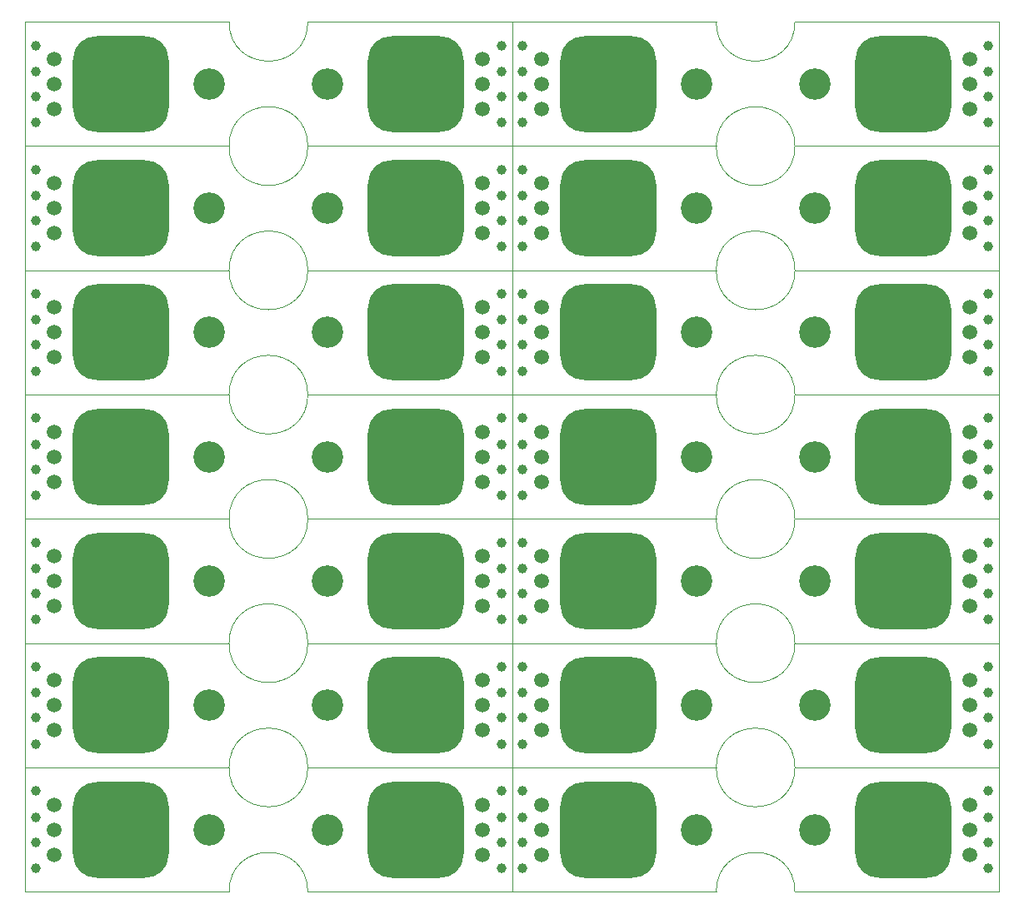
<source format=gbr>
%TF.GenerationSoftware,KiCad,Pcbnew,6.0.11-2627ca5db0~126~ubuntu20.04.1*%
%TF.CreationDate,2024-03-14T23:27:02-05:00*%
%TF.ProjectId,,58585858-5858-4585-9858-585858585858,rev?*%
%TF.SameCoordinates,Original*%
%TF.FileFunction,Soldermask,Top*%
%TF.FilePolarity,Negative*%
%FSLAX46Y46*%
G04 Gerber Fmt 4.6, Leading zero omitted, Abs format (unit mm)*
G04 Created by KiCad (PCBNEW 6.0.11-2627ca5db0~126~ubuntu20.04.1) date 2024-03-14 23:27:02*
%MOMM*%
%LPD*%
G01*
G04 APERTURE LIST*
G04 Aperture macros list*
%AMRoundRect*
0 Rectangle with rounded corners*
0 $1 Rounding radius*
0 $2 $3 $4 $5 $6 $7 $8 $9 X,Y pos of 4 corners*
0 Add a 4 corners polygon primitive as box body*
4,1,4,$2,$3,$4,$5,$6,$7,$8,$9,$2,$3,0*
0 Add four circle primitives for the rounded corners*
1,1,$1+$1,$2,$3*
1,1,$1+$1,$4,$5*
1,1,$1+$1,$6,$7*
1,1,$1+$1,$8,$9*
0 Add four rect primitives between the rounded corners*
20,1,$1+$1,$2,$3,$4,$5,0*
20,1,$1+$1,$4,$5,$6,$7,0*
20,1,$1+$1,$6,$7,$8,$9,0*
20,1,$1+$1,$8,$9,$2,$3,0*%
G04 Aperture macros list end*
%TA.AperFunction,Profile*%
%ADD10C,0.100000*%
%TD*%
%ADD11C,3.200000*%
%ADD12C,1.000000*%
%ADD13C,1.500000*%
%ADD14RoundRect,2.437500X-2.437500X-2.437500X2.437500X-2.437500X2.437500X2.437500X-2.437500X2.437500X0*%
G04 APERTURE END LIST*
D10*
X152800000Y-131262800D02*
G75*
G03*
X160800000Y-131262800I4000000J0D01*
G01*
X181550000Y-131262800D02*
X181550000Y-143902800D01*
X160800000Y-131262800D02*
X181550000Y-131262800D01*
X132050000Y-131262800D02*
X132050000Y-143902800D01*
X160800000Y-143902800D02*
X181550000Y-143902800D01*
X132050000Y-143902800D02*
X152800000Y-143902800D01*
X160800000Y-143902800D02*
G75*
G03*
X152800000Y-143902800I-4000000J0D01*
G01*
X132050000Y-131262800D02*
X152800000Y-131262800D01*
X103300000Y-131262800D02*
G75*
G03*
X111300000Y-131262800I4000000J0D01*
G01*
X132050000Y-131262800D02*
X132050000Y-143902800D01*
X111300000Y-131262800D02*
X132050000Y-131262800D01*
X82550000Y-131262800D02*
X82550000Y-143902800D01*
X111300000Y-143902800D02*
X132050000Y-143902800D01*
X82550000Y-143902800D02*
X103300000Y-143902800D01*
X111300000Y-143902800D02*
G75*
G03*
X103300000Y-143902800I-4000000J0D01*
G01*
X82550000Y-131262800D02*
X103300000Y-131262800D01*
X152800000Y-118622800D02*
G75*
G03*
X160800000Y-118622800I4000000J0D01*
G01*
X181550000Y-118622800D02*
X181550000Y-131262800D01*
X160800000Y-118622800D02*
X181550000Y-118622800D01*
X132050000Y-118622800D02*
X132050000Y-131262800D01*
X160800000Y-131262800D02*
X181550000Y-131262800D01*
X132050000Y-131262800D02*
X152800000Y-131262800D01*
X160800000Y-131262800D02*
G75*
G03*
X152800000Y-131262800I-4000000J0D01*
G01*
X132050000Y-118622800D02*
X152800000Y-118622800D01*
X103300000Y-118622800D02*
G75*
G03*
X111300000Y-118622800I4000000J0D01*
G01*
X132050000Y-118622800D02*
X132050000Y-131262800D01*
X111300000Y-118622800D02*
X132050000Y-118622800D01*
X82550000Y-118622800D02*
X82550000Y-131262800D01*
X111300000Y-131262800D02*
X132050000Y-131262800D01*
X82550000Y-131262800D02*
X103300000Y-131262800D01*
X111300000Y-131262800D02*
G75*
G03*
X103300000Y-131262800I-4000000J0D01*
G01*
X82550000Y-118622800D02*
X103300000Y-118622800D01*
X152800000Y-105982800D02*
G75*
G03*
X160800000Y-105982800I4000000J0D01*
G01*
X181550000Y-105982800D02*
X181550000Y-118622800D01*
X160800000Y-105982800D02*
X181550000Y-105982800D01*
X132050000Y-105982800D02*
X132050000Y-118622800D01*
X160800000Y-118622800D02*
X181550000Y-118622800D01*
X132050000Y-118622800D02*
X152800000Y-118622800D01*
X160800000Y-118622800D02*
G75*
G03*
X152800000Y-118622800I-4000000J0D01*
G01*
X132050000Y-105982800D02*
X152800000Y-105982800D01*
X103300000Y-105982800D02*
G75*
G03*
X111300000Y-105982800I4000000J0D01*
G01*
X132050000Y-105982800D02*
X132050000Y-118622800D01*
X111300000Y-105982800D02*
X132050000Y-105982800D01*
X82550000Y-105982800D02*
X82550000Y-118622800D01*
X111300000Y-118622800D02*
X132050000Y-118622800D01*
X82550000Y-118622800D02*
X103300000Y-118622800D01*
X111300000Y-118622800D02*
G75*
G03*
X103300000Y-118622800I-4000000J0D01*
G01*
X82550000Y-105982800D02*
X103300000Y-105982800D01*
X152800000Y-93342800D02*
G75*
G03*
X160800000Y-93342800I4000000J0D01*
G01*
X181550000Y-93342800D02*
X181550000Y-105982800D01*
X160800000Y-93342800D02*
X181550000Y-93342800D01*
X132050000Y-93342800D02*
X132050000Y-105982800D01*
X160800000Y-105982800D02*
X181550000Y-105982800D01*
X132050000Y-105982800D02*
X152800000Y-105982800D01*
X160800000Y-105982800D02*
G75*
G03*
X152800000Y-105982800I-4000000J0D01*
G01*
X132050000Y-93342800D02*
X152800000Y-93342800D01*
X103300000Y-93342800D02*
G75*
G03*
X111300000Y-93342800I4000000J0D01*
G01*
X132050000Y-93342800D02*
X132050000Y-105982800D01*
X111300000Y-93342800D02*
X132050000Y-93342800D01*
X82550000Y-93342800D02*
X82550000Y-105982800D01*
X111300000Y-105982800D02*
X132050000Y-105982800D01*
X82550000Y-105982800D02*
X103300000Y-105982800D01*
X111300000Y-105982800D02*
G75*
G03*
X103300000Y-105982800I-4000000J0D01*
G01*
X82550000Y-93342800D02*
X103300000Y-93342800D01*
X152800000Y-80702800D02*
G75*
G03*
X160800000Y-80702800I4000000J0D01*
G01*
X181550000Y-80702800D02*
X181550000Y-93342800D01*
X160800000Y-80702800D02*
X181550000Y-80702800D01*
X132050000Y-80702800D02*
X132050000Y-93342800D01*
X160800000Y-93342800D02*
X181550000Y-93342800D01*
X132050000Y-93342800D02*
X152800000Y-93342800D01*
X160800000Y-93342800D02*
G75*
G03*
X152800000Y-93342800I-4000000J0D01*
G01*
X132050000Y-80702800D02*
X152800000Y-80702800D01*
X103300000Y-80702800D02*
G75*
G03*
X111300000Y-80702800I4000000J0D01*
G01*
X132050000Y-80702800D02*
X132050000Y-93342800D01*
X111300000Y-80702800D02*
X132050000Y-80702800D01*
X82550000Y-80702800D02*
X82550000Y-93342800D01*
X111300000Y-93342800D02*
X132050000Y-93342800D01*
X82550000Y-93342800D02*
X103300000Y-93342800D01*
X111300000Y-93342800D02*
G75*
G03*
X103300000Y-93342800I-4000000J0D01*
G01*
X82550000Y-80702800D02*
X103300000Y-80702800D01*
X152800000Y-68062800D02*
G75*
G03*
X160800000Y-68062800I4000000J0D01*
G01*
X181550000Y-68062800D02*
X181550000Y-80702800D01*
X160800000Y-68062800D02*
X181550000Y-68062800D01*
X132050000Y-68062800D02*
X132050000Y-80702800D01*
X160800000Y-80702800D02*
X181550000Y-80702800D01*
X132050000Y-80702800D02*
X152800000Y-80702800D01*
X160800000Y-80702800D02*
G75*
G03*
X152800000Y-80702800I-4000000J0D01*
G01*
X132050000Y-68062800D02*
X152800000Y-68062800D01*
X103300000Y-68062800D02*
G75*
G03*
X111300000Y-68062800I4000000J0D01*
G01*
X132050000Y-68062800D02*
X132050000Y-80702800D01*
X111300000Y-68062800D02*
X132050000Y-68062800D01*
X82550000Y-68062800D02*
X82550000Y-80702800D01*
X111300000Y-80702800D02*
X132050000Y-80702800D01*
X82550000Y-80702800D02*
X103300000Y-80702800D01*
X111300000Y-80702800D02*
G75*
G03*
X103300000Y-80702800I-4000000J0D01*
G01*
X82550000Y-68062800D02*
X103300000Y-68062800D01*
X152800000Y-55422800D02*
G75*
G03*
X160800000Y-55422800I4000000J0D01*
G01*
X181550000Y-55422800D02*
X181550000Y-68062800D01*
X160800000Y-55422800D02*
X181550000Y-55422800D01*
X132050000Y-55422800D02*
X132050000Y-68062800D01*
X160800000Y-68062800D02*
X181550000Y-68062800D01*
X132050000Y-68062800D02*
X152800000Y-68062800D01*
X160800000Y-68062800D02*
G75*
G03*
X152800000Y-68062800I-4000000J0D01*
G01*
X132050000Y-55422800D02*
X152800000Y-55422800D01*
X103300000Y-55422800D02*
G75*
G03*
X111300000Y-55422800I4000000J0D01*
G01*
X111300000Y-55422800D02*
X132050000Y-55422800D01*
X82550000Y-55422800D02*
X103300000Y-55422800D01*
X82550000Y-68062800D02*
X103300000Y-68062800D01*
X111300000Y-68062800D02*
X132050000Y-68062800D01*
X132050000Y-55422800D02*
X132050000Y-68062800D01*
X111300000Y-68062800D02*
G75*
G03*
X103300000Y-68062800I-4000000J0D01*
G01*
X82550000Y-55422800D02*
X82550000Y-68062800D01*
D11*
%TO.C,REF\u002A\u002A225*%
X150800000Y-137582800D03*
%TD*%
D12*
%TO.C,REF\u002A\u002A218*%
X180450000Y-141502800D03*
%TD*%
%TO.C,REF\u002A\u002A230*%
X180450000Y-136312800D03*
%TD*%
D13*
%TO.C,REF\u002A\u002A232*%
X178575000Y-135042800D03*
%TD*%
%TO.C,REF\u002A\u002A228*%
X178575000Y-137582800D03*
%TD*%
D12*
%TO.C,REF\u002A\u002A229*%
X133150000Y-136312800D03*
%TD*%
D13*
%TO.C,REF\u002A\u002A220*%
X178575000Y-140122800D03*
%TD*%
%TO.C,REF\u002A\u002A219*%
X135025000Y-140122800D03*
%TD*%
D12*
%TO.C,REF\u002A\u002A221*%
X133150000Y-138852800D03*
%TD*%
D11*
%TO.C,REF\u002A\u002A226*%
X162800000Y-137582800D03*
%TD*%
D14*
%TO.C,REF\u002A\u002A224*%
X141800000Y-137582800D03*
%TD*%
D12*
%TO.C,REF\u002A\u002A217*%
X133150000Y-141502800D03*
%TD*%
D13*
%TO.C,REF\u002A\u002A231*%
X135025000Y-135042800D03*
%TD*%
%TO.C,REF\u002A\u002A223*%
X135025000Y-137582800D03*
%TD*%
D14*
%TO.C,REF\u002A\u002A227*%
X171800000Y-137582800D03*
%TD*%
D12*
%TO.C,REF\u002A\u002A234*%
X180450000Y-133662800D03*
%TD*%
%TO.C,REF\u002A\u002A222*%
X180450000Y-138852800D03*
%TD*%
%TO.C,REF\u002A\u002A233*%
X133150000Y-133662800D03*
%TD*%
D11*
%TO.C,REF\u002A\u002A207*%
X101300000Y-137582800D03*
%TD*%
D12*
%TO.C,REF\u002A\u002A200*%
X130950000Y-141502800D03*
%TD*%
%TO.C,REF\u002A\u002A212*%
X130950000Y-136312800D03*
%TD*%
D13*
%TO.C,REF\u002A\u002A214*%
X129075000Y-135042800D03*
%TD*%
%TO.C,REF\u002A\u002A210*%
X129075000Y-137582800D03*
%TD*%
D12*
%TO.C,REF\u002A\u002A211*%
X83650000Y-136312800D03*
%TD*%
D13*
%TO.C,REF\u002A\u002A202*%
X129075000Y-140122800D03*
%TD*%
%TO.C,REF\u002A\u002A201*%
X85525000Y-140122800D03*
%TD*%
D12*
%TO.C,REF\u002A\u002A203*%
X83650000Y-138852800D03*
%TD*%
D11*
%TO.C,REF\u002A\u002A208*%
X113300000Y-137582800D03*
%TD*%
D14*
%TO.C,REF\u002A\u002A206*%
X92300000Y-137582800D03*
%TD*%
D12*
%TO.C,REF\u002A\u002A199*%
X83650000Y-141502800D03*
%TD*%
D13*
%TO.C,REF\u002A\u002A213*%
X85525000Y-135042800D03*
%TD*%
%TO.C,REF\u002A\u002A205*%
X85525000Y-137582800D03*
%TD*%
D14*
%TO.C,REF\u002A\u002A209*%
X122300000Y-137582800D03*
%TD*%
D12*
%TO.C,REF\u002A\u002A216*%
X130950000Y-133662800D03*
%TD*%
%TO.C,REF\u002A\u002A204*%
X130950000Y-138852800D03*
%TD*%
%TO.C,REF\u002A\u002A215*%
X83650000Y-133662800D03*
%TD*%
D11*
%TO.C,REF\u002A\u002A189*%
X150800000Y-124942800D03*
%TD*%
D12*
%TO.C,REF\u002A\u002A182*%
X180450000Y-128862800D03*
%TD*%
%TO.C,REF\u002A\u002A194*%
X180450000Y-123672800D03*
%TD*%
D13*
%TO.C,REF\u002A\u002A196*%
X178575000Y-122402800D03*
%TD*%
%TO.C,REF\u002A\u002A192*%
X178575000Y-124942800D03*
%TD*%
D12*
%TO.C,REF\u002A\u002A193*%
X133150000Y-123672800D03*
%TD*%
D13*
%TO.C,REF\u002A\u002A184*%
X178575000Y-127482800D03*
%TD*%
%TO.C,REF\u002A\u002A183*%
X135025000Y-127482800D03*
%TD*%
D12*
%TO.C,REF\u002A\u002A185*%
X133150000Y-126212800D03*
%TD*%
D11*
%TO.C,REF\u002A\u002A190*%
X162800000Y-124942800D03*
%TD*%
D14*
%TO.C,REF\u002A\u002A188*%
X141800000Y-124942800D03*
%TD*%
D12*
%TO.C,REF\u002A\u002A181*%
X133150000Y-128862800D03*
%TD*%
D13*
%TO.C,REF\u002A\u002A195*%
X135025000Y-122402800D03*
%TD*%
%TO.C,REF\u002A\u002A187*%
X135025000Y-124942800D03*
%TD*%
D14*
%TO.C,REF\u002A\u002A191*%
X171800000Y-124942800D03*
%TD*%
D12*
%TO.C,REF\u002A\u002A198*%
X180450000Y-121022800D03*
%TD*%
%TO.C,REF\u002A\u002A186*%
X180450000Y-126212800D03*
%TD*%
%TO.C,REF\u002A\u002A197*%
X133150000Y-121022800D03*
%TD*%
D11*
%TO.C,REF\u002A\u002A171*%
X101300000Y-124942800D03*
%TD*%
D12*
%TO.C,REF\u002A\u002A164*%
X130950000Y-128862800D03*
%TD*%
%TO.C,REF\u002A\u002A176*%
X130950000Y-123672800D03*
%TD*%
D13*
%TO.C,REF\u002A\u002A178*%
X129075000Y-122402800D03*
%TD*%
%TO.C,REF\u002A\u002A174*%
X129075000Y-124942800D03*
%TD*%
D12*
%TO.C,REF\u002A\u002A175*%
X83650000Y-123672800D03*
%TD*%
D13*
%TO.C,REF\u002A\u002A166*%
X129075000Y-127482800D03*
%TD*%
%TO.C,REF\u002A\u002A165*%
X85525000Y-127482800D03*
%TD*%
D12*
%TO.C,REF\u002A\u002A167*%
X83650000Y-126212800D03*
%TD*%
D11*
%TO.C,REF\u002A\u002A172*%
X113300000Y-124942800D03*
%TD*%
D14*
%TO.C,REF\u002A\u002A170*%
X92300000Y-124942800D03*
%TD*%
D12*
%TO.C,REF\u002A\u002A163*%
X83650000Y-128862800D03*
%TD*%
D13*
%TO.C,REF\u002A\u002A177*%
X85525000Y-122402800D03*
%TD*%
%TO.C,REF\u002A\u002A169*%
X85525000Y-124942800D03*
%TD*%
D14*
%TO.C,REF\u002A\u002A173*%
X122300000Y-124942800D03*
%TD*%
D12*
%TO.C,REF\u002A\u002A180*%
X130950000Y-121022800D03*
%TD*%
%TO.C,REF\u002A\u002A168*%
X130950000Y-126212800D03*
%TD*%
%TO.C,REF\u002A\u002A179*%
X83650000Y-121022800D03*
%TD*%
D11*
%TO.C,REF\u002A\u002A153*%
X150800000Y-112302800D03*
%TD*%
D12*
%TO.C,REF\u002A\u002A146*%
X180450000Y-116222800D03*
%TD*%
%TO.C,REF\u002A\u002A158*%
X180450000Y-111032800D03*
%TD*%
D13*
%TO.C,REF\u002A\u002A160*%
X178575000Y-109762800D03*
%TD*%
%TO.C,REF\u002A\u002A156*%
X178575000Y-112302800D03*
%TD*%
D12*
%TO.C,REF\u002A\u002A157*%
X133150000Y-111032800D03*
%TD*%
D13*
%TO.C,REF\u002A\u002A148*%
X178575000Y-114842800D03*
%TD*%
%TO.C,REF\u002A\u002A147*%
X135025000Y-114842800D03*
%TD*%
D12*
%TO.C,REF\u002A\u002A149*%
X133150000Y-113572800D03*
%TD*%
D11*
%TO.C,REF\u002A\u002A154*%
X162800000Y-112302800D03*
%TD*%
D14*
%TO.C,REF\u002A\u002A152*%
X141800000Y-112302800D03*
%TD*%
D12*
%TO.C,REF\u002A\u002A145*%
X133150000Y-116222800D03*
%TD*%
D13*
%TO.C,REF\u002A\u002A159*%
X135025000Y-109762800D03*
%TD*%
%TO.C,REF\u002A\u002A151*%
X135025000Y-112302800D03*
%TD*%
D14*
%TO.C,REF\u002A\u002A155*%
X171800000Y-112302800D03*
%TD*%
D12*
%TO.C,REF\u002A\u002A162*%
X180450000Y-108382800D03*
%TD*%
%TO.C,REF\u002A\u002A150*%
X180450000Y-113572800D03*
%TD*%
%TO.C,REF\u002A\u002A161*%
X133150000Y-108382800D03*
%TD*%
D11*
%TO.C,REF\u002A\u002A135*%
X101300000Y-112302800D03*
%TD*%
D12*
%TO.C,REF\u002A\u002A128*%
X130950000Y-116222800D03*
%TD*%
%TO.C,REF\u002A\u002A140*%
X130950000Y-111032800D03*
%TD*%
D13*
%TO.C,REF\u002A\u002A142*%
X129075000Y-109762800D03*
%TD*%
%TO.C,REF\u002A\u002A138*%
X129075000Y-112302800D03*
%TD*%
D12*
%TO.C,REF\u002A\u002A139*%
X83650000Y-111032800D03*
%TD*%
D13*
%TO.C,REF\u002A\u002A130*%
X129075000Y-114842800D03*
%TD*%
%TO.C,REF\u002A\u002A129*%
X85525000Y-114842800D03*
%TD*%
D12*
%TO.C,REF\u002A\u002A131*%
X83650000Y-113572800D03*
%TD*%
D11*
%TO.C,REF\u002A\u002A136*%
X113300000Y-112302800D03*
%TD*%
D14*
%TO.C,REF\u002A\u002A134*%
X92300000Y-112302800D03*
%TD*%
D12*
%TO.C,REF\u002A\u002A127*%
X83650000Y-116222800D03*
%TD*%
D13*
%TO.C,REF\u002A\u002A141*%
X85525000Y-109762800D03*
%TD*%
%TO.C,REF\u002A\u002A133*%
X85525000Y-112302800D03*
%TD*%
D14*
%TO.C,REF\u002A\u002A137*%
X122300000Y-112302800D03*
%TD*%
D12*
%TO.C,REF\u002A\u002A144*%
X130950000Y-108382800D03*
%TD*%
%TO.C,REF\u002A\u002A132*%
X130950000Y-113572800D03*
%TD*%
%TO.C,REF\u002A\u002A143*%
X83650000Y-108382800D03*
%TD*%
D11*
%TO.C,REF\u002A\u002A117*%
X150800000Y-99662800D03*
%TD*%
D12*
%TO.C,REF\u002A\u002A110*%
X180450000Y-103582800D03*
%TD*%
%TO.C,REF\u002A\u002A122*%
X180450000Y-98392800D03*
%TD*%
D13*
%TO.C,REF\u002A\u002A124*%
X178575000Y-97122800D03*
%TD*%
%TO.C,REF\u002A\u002A120*%
X178575000Y-99662800D03*
%TD*%
D12*
%TO.C,REF\u002A\u002A121*%
X133150000Y-98392800D03*
%TD*%
D13*
%TO.C,REF\u002A\u002A112*%
X178575000Y-102202800D03*
%TD*%
%TO.C,REF\u002A\u002A111*%
X135025000Y-102202800D03*
%TD*%
D12*
%TO.C,REF\u002A\u002A113*%
X133150000Y-100932800D03*
%TD*%
D11*
%TO.C,REF\u002A\u002A118*%
X162800000Y-99662800D03*
%TD*%
D14*
%TO.C,REF\u002A\u002A116*%
X141800000Y-99662800D03*
%TD*%
D12*
%TO.C,REF\u002A\u002A109*%
X133150000Y-103582800D03*
%TD*%
D13*
%TO.C,REF\u002A\u002A123*%
X135025000Y-97122800D03*
%TD*%
%TO.C,REF\u002A\u002A115*%
X135025000Y-99662800D03*
%TD*%
D14*
%TO.C,REF\u002A\u002A119*%
X171800000Y-99662800D03*
%TD*%
D12*
%TO.C,REF\u002A\u002A126*%
X180450000Y-95742800D03*
%TD*%
%TO.C,REF\u002A\u002A114*%
X180450000Y-100932800D03*
%TD*%
%TO.C,REF\u002A\u002A125*%
X133150000Y-95742800D03*
%TD*%
D11*
%TO.C,REF\u002A\u002A99*%
X101300000Y-99662800D03*
%TD*%
D12*
%TO.C,REF\u002A\u002A92*%
X130950000Y-103582800D03*
%TD*%
%TO.C,REF\u002A\u002A104*%
X130950000Y-98392800D03*
%TD*%
D13*
%TO.C,REF\u002A\u002A106*%
X129075000Y-97122800D03*
%TD*%
%TO.C,REF\u002A\u002A102*%
X129075000Y-99662800D03*
%TD*%
D12*
%TO.C,REF\u002A\u002A103*%
X83650000Y-98392800D03*
%TD*%
D13*
%TO.C,REF\u002A\u002A94*%
X129075000Y-102202800D03*
%TD*%
%TO.C,REF\u002A\u002A93*%
X85525000Y-102202800D03*
%TD*%
D12*
%TO.C,REF\u002A\u002A95*%
X83650000Y-100932800D03*
%TD*%
D11*
%TO.C,REF\u002A\u002A100*%
X113300000Y-99662800D03*
%TD*%
D14*
%TO.C,REF\u002A\u002A98*%
X92300000Y-99662800D03*
%TD*%
D12*
%TO.C,REF\u002A\u002A91*%
X83650000Y-103582800D03*
%TD*%
D13*
%TO.C,REF\u002A\u002A105*%
X85525000Y-97122800D03*
%TD*%
%TO.C,REF\u002A\u002A97*%
X85525000Y-99662800D03*
%TD*%
D14*
%TO.C,REF\u002A\u002A101*%
X122300000Y-99662800D03*
%TD*%
D12*
%TO.C,REF\u002A\u002A108*%
X130950000Y-95742800D03*
%TD*%
%TO.C,REF\u002A\u002A96*%
X130950000Y-100932800D03*
%TD*%
%TO.C,REF\u002A\u002A107*%
X83650000Y-95742800D03*
%TD*%
D11*
%TO.C,REF\u002A\u002A81*%
X150800000Y-87022800D03*
%TD*%
D12*
%TO.C,REF\u002A\u002A74*%
X180450000Y-90942800D03*
%TD*%
%TO.C,REF\u002A\u002A86*%
X180450000Y-85752800D03*
%TD*%
D13*
%TO.C,REF\u002A\u002A88*%
X178575000Y-84482800D03*
%TD*%
%TO.C,REF\u002A\u002A84*%
X178575000Y-87022800D03*
%TD*%
D12*
%TO.C,REF\u002A\u002A85*%
X133150000Y-85752800D03*
%TD*%
D13*
%TO.C,REF\u002A\u002A76*%
X178575000Y-89562800D03*
%TD*%
%TO.C,REF\u002A\u002A75*%
X135025000Y-89562800D03*
%TD*%
D12*
%TO.C,REF\u002A\u002A77*%
X133150000Y-88292800D03*
%TD*%
D11*
%TO.C,REF\u002A\u002A82*%
X162800000Y-87022800D03*
%TD*%
D14*
%TO.C,REF\u002A\u002A80*%
X141800000Y-87022800D03*
%TD*%
D12*
%TO.C,REF\u002A\u002A73*%
X133150000Y-90942800D03*
%TD*%
D13*
%TO.C,REF\u002A\u002A87*%
X135025000Y-84482800D03*
%TD*%
%TO.C,REF\u002A\u002A79*%
X135025000Y-87022800D03*
%TD*%
D14*
%TO.C,REF\u002A\u002A83*%
X171800000Y-87022800D03*
%TD*%
D12*
%TO.C,REF\u002A\u002A90*%
X180450000Y-83102800D03*
%TD*%
%TO.C,REF\u002A\u002A78*%
X180450000Y-88292800D03*
%TD*%
%TO.C,REF\u002A\u002A89*%
X133150000Y-83102800D03*
%TD*%
D11*
%TO.C,REF\u002A\u002A63*%
X101300000Y-87022800D03*
%TD*%
D12*
%TO.C,REF\u002A\u002A56*%
X130950000Y-90942800D03*
%TD*%
%TO.C,REF\u002A\u002A68*%
X130950000Y-85752800D03*
%TD*%
D13*
%TO.C,REF\u002A\u002A70*%
X129075000Y-84482800D03*
%TD*%
%TO.C,REF\u002A\u002A66*%
X129075000Y-87022800D03*
%TD*%
D12*
%TO.C,REF\u002A\u002A67*%
X83650000Y-85752800D03*
%TD*%
D13*
%TO.C,REF\u002A\u002A58*%
X129075000Y-89562800D03*
%TD*%
%TO.C,REF\u002A\u002A57*%
X85525000Y-89562800D03*
%TD*%
D12*
%TO.C,REF\u002A\u002A59*%
X83650000Y-88292800D03*
%TD*%
D11*
%TO.C,REF\u002A\u002A64*%
X113300000Y-87022800D03*
%TD*%
D14*
%TO.C,REF\u002A\u002A62*%
X92300000Y-87022800D03*
%TD*%
D12*
%TO.C,REF\u002A\u002A55*%
X83650000Y-90942800D03*
%TD*%
D13*
%TO.C,REF\u002A\u002A69*%
X85525000Y-84482800D03*
%TD*%
%TO.C,REF\u002A\u002A61*%
X85525000Y-87022800D03*
%TD*%
D14*
%TO.C,REF\u002A\u002A65*%
X122300000Y-87022800D03*
%TD*%
D12*
%TO.C,REF\u002A\u002A72*%
X130950000Y-83102800D03*
%TD*%
%TO.C,REF\u002A\u002A60*%
X130950000Y-88292800D03*
%TD*%
%TO.C,REF\u002A\u002A71*%
X83650000Y-83102800D03*
%TD*%
D11*
%TO.C,REF\u002A\u002A45*%
X150800000Y-74382800D03*
%TD*%
D12*
%TO.C,REF\u002A\u002A38*%
X180450000Y-78302800D03*
%TD*%
%TO.C,REF\u002A\u002A50*%
X180450000Y-73112800D03*
%TD*%
D13*
%TO.C,REF\u002A\u002A52*%
X178575000Y-71842800D03*
%TD*%
%TO.C,REF\u002A\u002A48*%
X178575000Y-74382800D03*
%TD*%
D12*
%TO.C,REF\u002A\u002A49*%
X133150000Y-73112800D03*
%TD*%
D13*
%TO.C,REF\u002A\u002A40*%
X178575000Y-76922800D03*
%TD*%
%TO.C,REF\u002A\u002A39*%
X135025000Y-76922800D03*
%TD*%
D12*
%TO.C,REF\u002A\u002A41*%
X133150000Y-75652800D03*
%TD*%
D11*
%TO.C,REF\u002A\u002A46*%
X162800000Y-74382800D03*
%TD*%
D14*
%TO.C,REF\u002A\u002A44*%
X141800000Y-74382800D03*
%TD*%
D12*
%TO.C,REF\u002A\u002A37*%
X133150000Y-78302800D03*
%TD*%
D13*
%TO.C,REF\u002A\u002A51*%
X135025000Y-71842800D03*
%TD*%
%TO.C,REF\u002A\u002A43*%
X135025000Y-74382800D03*
%TD*%
D14*
%TO.C,REF\u002A\u002A47*%
X171800000Y-74382800D03*
%TD*%
D12*
%TO.C,REF\u002A\u002A54*%
X180450000Y-70462800D03*
%TD*%
%TO.C,REF\u002A\u002A42*%
X180450000Y-75652800D03*
%TD*%
%TO.C,REF\u002A\u002A53*%
X133150000Y-70462800D03*
%TD*%
D11*
%TO.C,REF\u002A\u002A27*%
X101300000Y-74382800D03*
%TD*%
D12*
%TO.C,REF\u002A\u002A20*%
X130950000Y-78302800D03*
%TD*%
%TO.C,REF\u002A\u002A32*%
X130950000Y-73112800D03*
%TD*%
D13*
%TO.C,REF\u002A\u002A34*%
X129075000Y-71842800D03*
%TD*%
%TO.C,REF\u002A\u002A30*%
X129075000Y-74382800D03*
%TD*%
D12*
%TO.C,REF\u002A\u002A31*%
X83650000Y-73112800D03*
%TD*%
D13*
%TO.C,REF\u002A\u002A22*%
X129075000Y-76922800D03*
%TD*%
%TO.C,REF\u002A\u002A21*%
X85525000Y-76922800D03*
%TD*%
D12*
%TO.C,REF\u002A\u002A23*%
X83650000Y-75652800D03*
%TD*%
D11*
%TO.C,REF\u002A\u002A28*%
X113300000Y-74382800D03*
%TD*%
D14*
%TO.C,REF\u002A\u002A26*%
X92300000Y-74382800D03*
%TD*%
D12*
%TO.C,REF\u002A\u002A19*%
X83650000Y-78302800D03*
%TD*%
D13*
%TO.C,REF\u002A\u002A33*%
X85525000Y-71842800D03*
%TD*%
%TO.C,REF\u002A\u002A25*%
X85525000Y-74382800D03*
%TD*%
D14*
%TO.C,REF\u002A\u002A29*%
X122300000Y-74382800D03*
%TD*%
D12*
%TO.C,REF\u002A\u002A36*%
X130950000Y-70462800D03*
%TD*%
%TO.C,REF\u002A\u002A24*%
X130950000Y-75652800D03*
%TD*%
%TO.C,REF\u002A\u002A35*%
X83650000Y-70462800D03*
%TD*%
D11*
%TO.C,REF\u002A\u002A9*%
X150800000Y-61742800D03*
%TD*%
D12*
%TO.C,REF\u002A\u002A2*%
X180450000Y-65662800D03*
%TD*%
%TO.C,REF\u002A\u002A14*%
X180450000Y-60472800D03*
%TD*%
D13*
%TO.C,REF\u002A\u002A16*%
X178575000Y-59202800D03*
%TD*%
%TO.C,REF\u002A\u002A12*%
X178575000Y-61742800D03*
%TD*%
D12*
%TO.C,REF\u002A\u002A13*%
X133150000Y-60472800D03*
%TD*%
D13*
%TO.C,REF\u002A\u002A4*%
X178575000Y-64282800D03*
%TD*%
%TO.C,REF\u002A\u002A3*%
X135025000Y-64282800D03*
%TD*%
D12*
%TO.C,REF\u002A\u002A5*%
X133150000Y-63012800D03*
%TD*%
D11*
%TO.C,REF\u002A\u002A10*%
X162800000Y-61742800D03*
%TD*%
D14*
%TO.C,REF\u002A\u002A8*%
X141800000Y-61742800D03*
%TD*%
D12*
%TO.C,REF\u002A\u002A1*%
X133150000Y-65662800D03*
%TD*%
D13*
%TO.C,REF\u002A\u002A15*%
X135025000Y-59202800D03*
%TD*%
%TO.C,REF\u002A\u002A7*%
X135025000Y-61742800D03*
%TD*%
D14*
%TO.C,REF\u002A\u002A11*%
X171800000Y-61742800D03*
%TD*%
D12*
%TO.C,REF\u002A\u002A18*%
X180450000Y-57822800D03*
%TD*%
%TO.C,REF\u002A\u002A6*%
X180450000Y-63012800D03*
%TD*%
%TO.C,REF\u002A\u002A17*%
X133150000Y-57822800D03*
%TD*%
%TO.C,REF\u002A\u002A*%
X130950000Y-65662800D03*
%TD*%
D13*
%TO.C,REF\u002A\u002A*%
X85525000Y-61742800D03*
%TD*%
D14*
%TO.C,REF\u002A\u002A*%
X122300000Y-61742800D03*
%TD*%
D12*
%TO.C,REF\u002A\u002A*%
X130950000Y-57822800D03*
%TD*%
%TO.C,REF\u002A\u002A*%
X130950000Y-63012800D03*
%TD*%
%TO.C,REF\u002A\u002A*%
X83650000Y-65662800D03*
%TD*%
D13*
%TO.C,REF\u002A\u002A*%
X85525000Y-59202800D03*
%TD*%
D12*
%TO.C,REF\u002A\u002A*%
X83650000Y-57822800D03*
%TD*%
D11*
%TO.C,REF\u002A\u002A*%
X113300000Y-61742800D03*
%TD*%
D13*
%TO.C,REF\u002A\u002A*%
X129075000Y-59202800D03*
%TD*%
D12*
%TO.C,REF\u002A\u002A*%
X83650000Y-63012800D03*
%TD*%
D11*
%TO.C,REF\u002A\u002A*%
X101300000Y-61742800D03*
%TD*%
D13*
%TO.C,REF\u002A\u002A*%
X85525000Y-64282800D03*
%TD*%
D12*
%TO.C,REF\u002A\u002A*%
X130950000Y-60472800D03*
%TD*%
%TO.C,REF\u002A\u002A*%
X83650000Y-60472800D03*
%TD*%
D13*
%TO.C,REF\u002A\u002A*%
X129075000Y-64282800D03*
%TD*%
D14*
%TO.C,REF\u002A\u002A*%
X92300000Y-61742800D03*
%TD*%
D13*
%TO.C,REF\u002A\u002A*%
X129075000Y-61742800D03*
%TD*%
M02*

</source>
